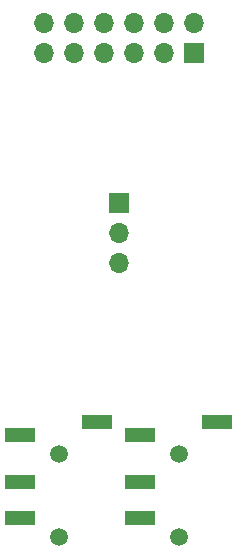
<source format=gts>
G04 #@! TF.GenerationSoftware,KiCad,Pcbnew,7.0.9-7.0.9~ubuntu20.04.1*
G04 #@! TF.CreationDate,2023-11-16T21:07:46+01:00*
G04 #@! TF.ProjectId,kicad-pmod_i2s2,6b696361-642d-4706-9d6f-645f69327332,1.0*
G04 #@! TF.SameCoordinates,Original*
G04 #@! TF.FileFunction,Soldermask,Top*
G04 #@! TF.FilePolarity,Negative*
%FSLAX46Y46*%
G04 Gerber Fmt 4.6, Leading zero omitted, Abs format (unit mm)*
G04 Created by KiCad (PCBNEW 7.0.9-7.0.9~ubuntu20.04.1) date 2023-11-16 21:07:46*
%MOMM*%
%LPD*%
G01*
G04 APERTURE LIST*
%ADD10C,1.500000*%
%ADD11R,2.500000X1.200000*%
%ADD12R,1.700000X1.700000*%
%ADD13O,1.700000X1.700000*%
G04 APERTURE END LIST*
D10*
X125730000Y-84135000D03*
X125730000Y-77135000D03*
D11*
X122480000Y-79535000D03*
X122480000Y-82535000D03*
X128980000Y-74435000D03*
X122480000Y-75535000D03*
D12*
X120650000Y-55880000D03*
D13*
X120650000Y-58420000D03*
X120650000Y-60960000D03*
D12*
X127000000Y-43180000D03*
D13*
X127000000Y-40640000D03*
X124460000Y-43180000D03*
X124460000Y-40640000D03*
X121920000Y-43180000D03*
X121920000Y-40640000D03*
X119380000Y-43180000D03*
X119380000Y-40640000D03*
X116840000Y-43180000D03*
X116840000Y-40640000D03*
X114300000Y-43180000D03*
X114300000Y-40640000D03*
D10*
X115570000Y-84135000D03*
X115570000Y-77135000D03*
D11*
X112320000Y-79535000D03*
X112320000Y-82535000D03*
X118820000Y-74435000D03*
X112320000Y-75535000D03*
M02*

</source>
